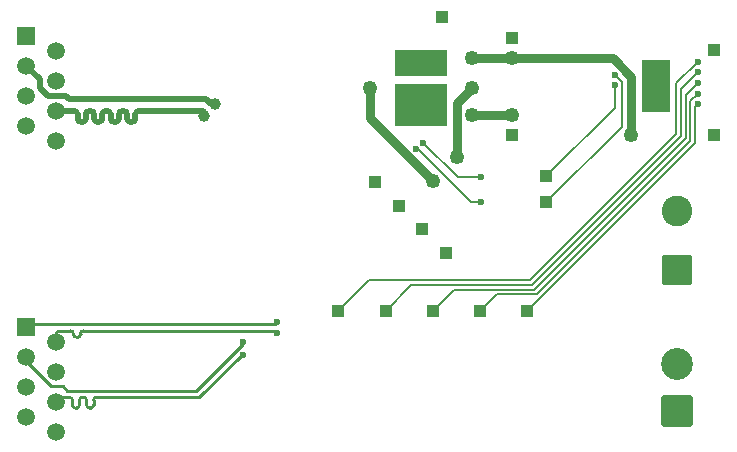
<source format=gbr>
%TF.GenerationSoftware,KiCad,Pcbnew,9.0.0*%
%TF.CreationDate,2025-04-03T15:52:47+03:00*%
%TF.ProjectId,poe splitter,706f6520-7370-46c6-9974-7465722e6b69,rev?*%
%TF.SameCoordinates,Original*%
%TF.FileFunction,Copper,L2,Bot*%
%TF.FilePolarity,Positive*%
%FSLAX46Y46*%
G04 Gerber Fmt 4.6, Leading zero omitted, Abs format (unit mm)*
G04 Created by KiCad (PCBNEW 9.0.0) date 2025-04-03 15:52:47*
%MOMM*%
%LPD*%
G01*
G04 APERTURE LIST*
G04 Aperture macros list*
%AMRoundRect*
0 Rectangle with rounded corners*
0 $1 Rounding radius*
0 $2 $3 $4 $5 $6 $7 $8 $9 X,Y pos of 4 corners*
0 Add a 4 corners polygon primitive as box body*
4,1,4,$2,$3,$4,$5,$6,$7,$8,$9,$2,$3,0*
0 Add four circle primitives for the rounded corners*
1,1,$1+$1,$2,$3*
1,1,$1+$1,$4,$5*
1,1,$1+$1,$6,$7*
1,1,$1+$1,$8,$9*
0 Add four rect primitives between the rounded corners*
20,1,$1+$1,$2,$3,$4,$5,0*
20,1,$1+$1,$4,$5,$6,$7,0*
20,1,$1+$1,$6,$7,$8,$9,0*
20,1,$1+$1,$8,$9,$2,$3,0*%
%AMOutline4P*
0 Free polygon, 4 corners , with rotation*
0 The origin of the aperture is its center*
0 number of corners: always 4*
0 $1 to $8 corner X, Y*
0 $9 Rotation angle, in degrees counterclockwise*
0 create outline with 4 corners*
4,1,4,$1,$2,$3,$4,$5,$6,$7,$8,$1,$2,$9*%
G04 Aperture macros list end*
%TA.AperFunction,ComponentPad*%
%ADD10R,1.000000X1.000000*%
%TD*%
%TA.AperFunction,ComponentPad*%
%ADD11RoundRect,0.250001X1.099999X-1.099999X1.099999X1.099999X-1.099999X1.099999X-1.099999X-1.099999X0*%
%TD*%
%TA.AperFunction,ComponentPad*%
%ADD12C,2.700000*%
%TD*%
%TA.AperFunction,ComponentPad*%
%ADD13C,0.600000*%
%TD*%
%TA.AperFunction,SMDPad,CuDef*%
%ADD14R,4.370000X2.290000*%
%TD*%
%TA.AperFunction,SMDPad,CuDef*%
%ADD15R,4.370000X3.560000*%
%TD*%
%TA.AperFunction,ComponentPad*%
%ADD16R,1.500000X1.500000*%
%TD*%
%TA.AperFunction,ComponentPad*%
%ADD17C,1.500000*%
%TD*%
%TA.AperFunction,ComponentPad*%
%ADD18RoundRect,0.250000X1.050000X-1.050000X1.050000X1.050000X-1.050000X1.050000X-1.050000X-1.050000X0*%
%TD*%
%TA.AperFunction,ComponentPad*%
%ADD19C,2.600000*%
%TD*%
%TA.AperFunction,HeatsinkPad*%
%ADD20C,0.500000*%
%TD*%
%TA.AperFunction,HeatsinkPad*%
%ADD21Outline4P,-1.225000X-2.175000X1.225000X-2.175000X1.225000X2.175000X-1.225000X2.175000X0.000000*%
%TD*%
%TA.AperFunction,ViaPad*%
%ADD22C,1.250000*%
%TD*%
%TA.AperFunction,ViaPad*%
%ADD23C,0.600000*%
%TD*%
%TA.AperFunction,ViaPad*%
%ADD24C,1.000000*%
%TD*%
%TA.AperFunction,Conductor*%
%ADD25C,0.750000*%
%TD*%
%TA.AperFunction,Conductor*%
%ADD26C,0.200000*%
%TD*%
%TA.AperFunction,Conductor*%
%ADD27C,0.500000*%
%TD*%
%TA.AperFunction,Conductor*%
%ADD28C,0.250000*%
%TD*%
G04 APERTURE END LIST*
D10*
%TO.P,TP11,1,1*%
%TO.N,/4P_HD*%
X105900000Y-77977500D03*
%TD*%
D11*
%TO.P,J4,1,Pin_1*%
%TO.N,/VPN_out*%
X130550000Y-86457500D03*
D12*
%TO.P,J4,2,Pin_2*%
%TO.N,/VPP*%
X130550000Y-82497500D03*
%TD*%
D10*
%TO.P,TP12,1,1*%
%TO.N,/4P_AT*%
X109900000Y-78000000D03*
%TD*%
D13*
%TO.P,U1,33*%
%TO.N,/VPP*%
X107220000Y-56480000D03*
X107220000Y-57600000D03*
X108340000Y-56480000D03*
X108340000Y-57600000D03*
D14*
X108900000Y-57040000D03*
D13*
X109460000Y-56480000D03*
X109460000Y-57600000D03*
X110580000Y-56480000D03*
X110580000Y-57600000D03*
%TO.P,U1,34*%
%TO.N,/VPN_in*%
X107220000Y-59405000D03*
X107220000Y-60525000D03*
X107220000Y-61645000D03*
X108340000Y-59405000D03*
X108340000Y-60525000D03*
X108340000Y-61645000D03*
D15*
X108900000Y-60525000D03*
D13*
X109460000Y-59405000D03*
X109460000Y-60525000D03*
X109460000Y-61645000D03*
X110580000Y-59405000D03*
X110580000Y-60525000D03*
X110580000Y-61645000D03*
%TD*%
D16*
%TO.P,J1,1*%
%TO.N,/IN_DA+*%
X75480000Y-54715000D03*
D17*
%TO.P,J1,2*%
%TO.N,/IN_DA-*%
X78020000Y-55985000D03*
%TO.P,J1,3*%
%TO.N,/IN_DB+*%
X75480000Y-57255000D03*
%TO.P,J1,4*%
%TO.N,/IN_DC+*%
X78020000Y-58525000D03*
%TO.P,J1,5*%
%TO.N,/IN_DC-*%
X75480000Y-59795000D03*
%TO.P,J1,6*%
%TO.N,/IN_DB-*%
X78020000Y-61065000D03*
%TO.P,J1,7*%
%TO.N,/IN_DD+*%
X75480000Y-62335000D03*
%TO.P,J1,8*%
%TO.N,/IN_DD-*%
X78020000Y-63605000D03*
%TD*%
D10*
%TO.P,TP10,1,1*%
%TO.N,/PGOOD*%
X101900000Y-77977500D03*
%TD*%
D16*
%TO.P,J2,1*%
%TO.N,/OUT_DA+*%
X75480000Y-79395000D03*
D17*
%TO.P,J2,2*%
%TO.N,/OUT_DA-*%
X78020000Y-80665000D03*
%TO.P,J2,3*%
%TO.N,/OUT_DB+*%
X75480000Y-81935000D03*
%TO.P,J2,4*%
%TO.N,/OUT_DC+*%
X78020000Y-83205000D03*
%TO.P,J2,5*%
%TO.N,/OUT_DC-*%
X75480000Y-84475000D03*
%TO.P,J2,6*%
%TO.N,/OUT_DB-*%
X78020000Y-85745000D03*
%TO.P,J2,7*%
%TO.N,/OUT_DD+*%
X75480000Y-87015000D03*
%TO.P,J2,8*%
%TO.N,/OUT_DD-*%
X78020000Y-88285000D03*
%TD*%
D10*
%TO.P,TP7,1,1*%
%TO.N,/PS+*%
X111000000Y-73100000D03*
%TD*%
D18*
%TO.P,J3,1,Pin_1*%
%TO.N,/VPN_out*%
X130572500Y-74500000D03*
D19*
%TO.P,J3,2,Pin_2*%
%TO.N,/VPP*%
X130572500Y-69500000D03*
%TD*%
D10*
%TO.P,TP3,1,1*%
%TO.N,Net-(U2-VAUX)*%
X133700000Y-55900000D03*
%TD*%
%TO.P,TP9,1,1*%
%TO.N,/VPN_out*%
X133700000Y-63100000D03*
%TD*%
%TO.P,TP15,1,1*%
%TO.N,/WA_EN*%
X110700000Y-53100000D03*
%TD*%
%TO.P,TP5,1,1*%
%TO.N,/PD+*%
X107000000Y-69100000D03*
%TD*%
D20*
%TO.P,U2,7,VPN_IN*%
%TO.N,/VPN_in*%
X128000000Y-57380000D03*
X128000000Y-58160000D03*
X128000000Y-58940000D03*
X128000000Y-59720000D03*
X128000000Y-60500000D03*
X128780000Y-57380000D03*
X128780000Y-58160000D03*
X128780000Y-58940000D03*
D21*
X128780000Y-58940000D03*
D20*
X128780000Y-59720000D03*
X128780000Y-60500000D03*
X129560000Y-57380000D03*
X129560000Y-58160000D03*
X129560000Y-58940000D03*
X129560000Y-59720000D03*
X129560000Y-60500000D03*
%TD*%
D10*
%TO.P,TP16,1,1*%
%TO.N,/SUPP_S2*%
X119500000Y-66600000D03*
%TD*%
%TO.P,TP8,1,1*%
%TO.N,/SUPP_S1*%
X119500000Y-68800000D03*
%TD*%
%TO.P,TP6,1,1*%
%TO.N,/PS-*%
X109000000Y-71100000D03*
%TD*%
%TO.P,TP1,1,1*%
%TO.N,/VPP*%
X116600000Y-54900000D03*
%TD*%
%TO.P,TP13,1,1*%
%TO.N,/HD*%
X113900000Y-78000000D03*
%TD*%
%TO.P,TP2,1,1*%
%TO.N,/VPN_in*%
X116600000Y-63100000D03*
%TD*%
%TO.P,TP14,1,1*%
%TO.N,/AT*%
X117900000Y-78000000D03*
%TD*%
%TO.P,TP4,1,1*%
%TO.N,/PD-*%
X105000000Y-67100000D03*
%TD*%
D22*
%TO.N,/VPP*%
X113200000Y-56600000D03*
X116600000Y-56600000D03*
X126700000Y-63100000D03*
%TO.N,/PS+*%
X113200000Y-59100000D03*
X111900000Y-65000000D03*
%TO.N,/PS-*%
X109900000Y-67000000D03*
X104600000Y-59100000D03*
D23*
%TO.N,/SUPP_S1*%
X125300000Y-58000000D03*
%TO.N,Net-(U1-SUPP_SA)*%
X114000000Y-68800000D03*
X108484385Y-64313934D03*
%TO.N,Net-(U1-SUPP_SB)*%
X109081281Y-63781281D03*
X114000000Y-66700000D03*
%TO.N,/SUPP_S2*%
X125300000Y-58900000D03*
%TO.N,/PGOOD*%
X132300000Y-56900000D03*
%TO.N,/4P_HD*%
X132300000Y-57800000D03*
%TO.N,/4P_AT*%
X132300000Y-58700000D03*
%TO.N,/HD*%
X132300000Y-59600000D03*
%TO.N,/AT*%
X132300000Y-60500000D03*
D24*
%TO.N,/IN_DB-*%
X90522703Y-61477297D03*
%TO.N,/IN_DB+*%
X91477297Y-60522703D03*
D23*
%TO.N,/OUT_DA-*%
X96700000Y-79850000D03*
%TO.N,/OUT_DB+*%
X93800000Y-80600000D03*
%TO.N,/OUT_DB-*%
X93797487Y-81697489D03*
%TO.N,/OUT_DA+*%
X96700000Y-78950000D03*
D22*
%TO.N,/VPN_in*%
X113200000Y-61400000D03*
X116600000Y-61400000D03*
%TD*%
D25*
%TO.N,/VPP*%
X126700000Y-63100000D02*
X126700000Y-58161148D01*
X116600000Y-56600000D02*
X113200000Y-56600000D01*
X126700000Y-58161148D02*
X125138852Y-56600000D01*
X125138852Y-56600000D02*
X116600000Y-56600000D01*
%TO.N,/PS+*%
X113200000Y-59100000D02*
X111900000Y-60400000D01*
X111900000Y-60400000D02*
X111900000Y-65000000D01*
%TO.N,/PS-*%
X104600000Y-59100000D02*
X104600000Y-61700000D01*
X104600000Y-61700000D02*
X109900000Y-67000000D01*
D26*
%TO.N,/SUPP_S1*%
X125900000Y-62400000D02*
X119500000Y-68800000D01*
X125300000Y-58000000D02*
X125900000Y-58600000D01*
X125900000Y-58600000D02*
X125900000Y-62400000D01*
%TO.N,Net-(U1-SUPP_SA)*%
X114000000Y-68800000D02*
X113100000Y-68800000D01*
X113100000Y-68800000D02*
X108613934Y-64313934D01*
X108613934Y-64313934D02*
X108484385Y-64313934D01*
%TO.N,Net-(U1-SUPP_SB)*%
X114000000Y-66700000D02*
X112000000Y-66700000D01*
X112000000Y-66700000D02*
X109081281Y-63781281D01*
%TO.N,/SUPP_S2*%
X125300000Y-60800000D02*
X125300000Y-58900000D01*
X119500000Y-66600000D02*
X125300000Y-60800000D01*
%TO.N,/PGOOD*%
X104477500Y-75400000D02*
X113100000Y-75400000D01*
X130500000Y-58700000D02*
X132300000Y-56900000D01*
X113100000Y-75400000D02*
X118100000Y-75400000D01*
X101900000Y-77977500D02*
X104477500Y-75400000D01*
X130500000Y-63000000D02*
X130500000Y-58700000D01*
X118100000Y-75400000D02*
X130500000Y-63000000D01*
%TO.N,/4P_HD*%
X108077500Y-75800000D02*
X113267100Y-75800000D01*
X105900000Y-77977500D02*
X108077500Y-75800000D01*
X130900000Y-59200000D02*
X132300000Y-57800000D01*
X130900000Y-63167100D02*
X130900000Y-59200000D01*
X113267100Y-75800000D02*
X118267100Y-75800000D01*
X118267100Y-75800000D02*
X130900000Y-63167100D01*
%TO.N,/4P_AT*%
X131300000Y-59700000D02*
X132300000Y-58700000D01*
X131300000Y-63334200D02*
X131300000Y-59700000D01*
X118467100Y-76200000D02*
X131299000Y-63368100D01*
X113467100Y-76200000D02*
X118467100Y-76200000D01*
X131299000Y-63368100D02*
X131299000Y-63335200D01*
X109900000Y-78000000D02*
X111700000Y-76200000D01*
X131299000Y-63335200D02*
X131300000Y-63334200D01*
X111700000Y-76200000D02*
X113467100Y-76200000D01*
%TO.N,/HD*%
X113900000Y-78000000D02*
X115300000Y-76600000D01*
X115300000Y-76600000D02*
X118700000Y-76600000D01*
X131700000Y-60200000D02*
X132300000Y-59600000D01*
X131700000Y-63600000D02*
X131700000Y-60200000D01*
X118700000Y-76600000D02*
X131700000Y-63600000D01*
%TO.N,/AT*%
X117900000Y-77967100D02*
X132100000Y-63767100D01*
X132100000Y-63767100D02*
X132100000Y-60700000D01*
X132100000Y-60700000D02*
X132300000Y-60500000D01*
D27*
%TO.N,/IN_DB-*%
X82607413Y-61345000D02*
X82607413Y-61720652D01*
X83307413Y-61720652D02*
X83307413Y-61345000D01*
X84987413Y-61065000D02*
X85127413Y-61065000D01*
X82887413Y-62000652D02*
X83027413Y-62000652D01*
X82187413Y-61065000D02*
X82327413Y-61065000D01*
X90463959Y-61065000D02*
X90522703Y-61123744D01*
X78090000Y-61120000D02*
X78145000Y-61065000D01*
X84007413Y-61345000D02*
X84007413Y-61720652D01*
X80507413Y-61720668D02*
X80507413Y-61345000D01*
X87178062Y-61065000D02*
X90463959Y-61065000D01*
X84287413Y-62000652D02*
X84427413Y-62000652D01*
X83587413Y-61065000D02*
X83727413Y-61065000D01*
X81487413Y-62000652D02*
X81627413Y-62000652D01*
X81207413Y-61345000D02*
X81207413Y-61720652D01*
X80087413Y-62000668D02*
X80227413Y-62000668D01*
X80787413Y-61065000D02*
X80927413Y-61065000D01*
X84707413Y-61720652D02*
X84707413Y-61345000D01*
X79807413Y-61345000D02*
X79807413Y-61720668D01*
X85127413Y-61065000D02*
X87178062Y-61065000D01*
X81907413Y-61720652D02*
X81907413Y-61345000D01*
X90522703Y-61123744D02*
X90522703Y-61477297D01*
X78145000Y-61065000D02*
X79527413Y-61065000D01*
X79807413Y-61720668D02*
G75*
G03*
X80087413Y-62000687I279987J-32D01*
G01*
X81627413Y-62000652D02*
G75*
G03*
X81907352Y-61720652I-13J279952D01*
G01*
X83727413Y-61065000D02*
G75*
G02*
X84007400Y-61345000I-13J-280000D01*
G01*
X84707413Y-61345000D02*
G75*
G02*
X84987413Y-61065013I279987J0D01*
G01*
X82327413Y-61065000D02*
G75*
G02*
X82607400Y-61345000I-13J-280000D01*
G01*
X81907413Y-61345000D02*
G75*
G02*
X82187413Y-61065013I279987J0D01*
G01*
X84007413Y-61720652D02*
G75*
G03*
X84287413Y-62000687I279987J-48D01*
G01*
X79527413Y-61065000D02*
G75*
G02*
X79807400Y-61345000I-13J-280000D01*
G01*
X81207413Y-61720652D02*
G75*
G03*
X81487413Y-62000687I279987J-48D01*
G01*
X83307413Y-61345000D02*
G75*
G02*
X83587413Y-61065013I279987J0D01*
G01*
X84427413Y-62000652D02*
G75*
G03*
X84707352Y-61720652I-13J279952D01*
G01*
X80927413Y-61065000D02*
G75*
G02*
X81207400Y-61345000I-13J-280000D01*
G01*
X83027413Y-62000652D02*
G75*
G03*
X83307352Y-61720652I-13J279952D01*
G01*
X80227413Y-62000668D02*
G75*
G03*
X80507368Y-61720668I-13J279968D01*
G01*
X80507413Y-61345000D02*
G75*
G02*
X80787413Y-61065013I279987J0D01*
G01*
X82607413Y-61720652D02*
G75*
G03*
X82887413Y-62000687I279987J-48D01*
G01*
%TO.N,/IN_DB+*%
X76600000Y-59100000D02*
X77300000Y-59800000D01*
X79060000Y-60060000D02*
X90661041Y-60060000D01*
X77300000Y-59800000D02*
X78800000Y-59800000D01*
X78800000Y-59800000D02*
X79060000Y-60060000D01*
X91123744Y-60522703D02*
X91477297Y-60522703D01*
X76600000Y-58360000D02*
X76600000Y-59100000D01*
X75550000Y-57310000D02*
X76600000Y-58360000D01*
X90661041Y-60060000D02*
X91123744Y-60522703D01*
D28*
%TO.N,/OUT_DA-*%
X78020000Y-79826409D02*
X78171409Y-79675000D01*
X78020000Y-80665000D02*
X78020000Y-79826409D01*
X96525000Y-79675000D02*
X96700000Y-79850000D01*
X80058392Y-79992570D02*
X80058392Y-79915000D01*
X78171409Y-79675000D02*
X79218392Y-79675000D01*
X79698392Y-80232570D02*
X79818392Y-80232570D01*
X79458392Y-79915000D02*
X79458392Y-79992570D01*
X82896885Y-79675000D02*
X96525000Y-79675000D01*
X80418392Y-79675000D02*
X82896885Y-79675000D01*
X80298392Y-79675000D02*
X80418392Y-79675000D01*
X80058392Y-79915000D02*
G75*
G02*
X80298392Y-79674992I240008J0D01*
G01*
X79818392Y-80232570D02*
G75*
G03*
X80058370Y-79992570I8J239970D01*
G01*
X79458392Y-79992570D02*
G75*
G03*
X79698392Y-80232608I240008J-30D01*
G01*
X79218392Y-79675000D02*
G75*
G02*
X79458400Y-79915000I8J-240000D01*
G01*
%TO.N,/OUT_DB+*%
X78547097Y-84400000D02*
X77600000Y-84400000D01*
X75480000Y-82280000D02*
X75480000Y-81935000D01*
X78904597Y-84757500D02*
X78547097Y-84400000D01*
X93800000Y-80600000D02*
X93781802Y-80618198D01*
X77600000Y-84400000D02*
X75480000Y-82280000D01*
X93781802Y-80829289D02*
X89853591Y-84757500D01*
X89853591Y-84757500D02*
X78904597Y-84757500D01*
X93781802Y-80618198D02*
X93781802Y-80829289D01*
%TO.N,/OUT_DB-*%
X78020000Y-85745000D02*
X78062500Y-85745000D01*
X81165657Y-85972673D02*
X81165657Y-85547500D01*
X78500000Y-85307500D02*
X79125657Y-85307500D01*
X81405657Y-85307500D02*
X81525657Y-85307500D01*
X79965657Y-85972673D02*
X79965657Y-85547500D01*
X78062500Y-85745000D02*
X78500000Y-85307500D01*
X93691420Y-81697489D02*
X93797487Y-81697489D01*
X90081409Y-85307500D02*
X93691420Y-81697489D01*
X79365657Y-85547500D02*
X79365657Y-85972673D01*
X83839693Y-85307500D02*
X90081409Y-85307500D01*
X80805657Y-86212673D02*
X80925657Y-86212673D01*
X81525657Y-85307500D02*
X83839693Y-85307500D01*
X79605657Y-86212673D02*
X79725657Y-86212673D01*
X80205657Y-85307500D02*
X80325657Y-85307500D01*
X80565657Y-85547500D02*
X80565657Y-85972673D01*
X79365657Y-85972673D02*
G75*
G03*
X79605657Y-86212743I240043J-27D01*
G01*
X80565657Y-85972673D02*
G75*
G03*
X80805657Y-86212743I240043J-27D01*
G01*
X80325657Y-85307500D02*
G75*
G02*
X80565700Y-85547500I43J-240000D01*
G01*
X79725657Y-86212673D02*
G75*
G03*
X79965673Y-85972673I43J239973D01*
G01*
X80925657Y-86212673D02*
G75*
G03*
X81165673Y-85972673I43J239973D01*
G01*
X79965657Y-85547500D02*
G75*
G02*
X80205657Y-85307457I240043J0D01*
G01*
X79125657Y-85307500D02*
G75*
G02*
X79365700Y-85547500I43J-240000D01*
G01*
X81165657Y-85547500D02*
G75*
G02*
X81405657Y-85307457I240043J0D01*
G01*
%TO.N,/OUT_DA+*%
X75480000Y-79395000D02*
X75750000Y-79125000D01*
X96525000Y-79125000D02*
X96700000Y-78950000D01*
X75522500Y-79395000D02*
X75480000Y-79395000D01*
X75600000Y-79317500D02*
X75522500Y-79395000D01*
X75750000Y-79125000D02*
X96525000Y-79125000D01*
D25*
%TO.N,/VPN_in*%
X116600000Y-61400000D02*
X113200000Y-61400000D01*
%TD*%
M02*

</source>
